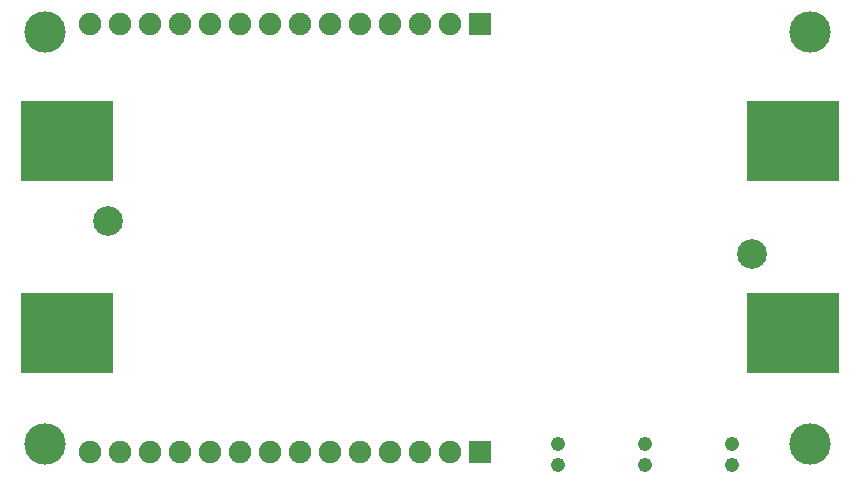
<source format=gbs>
G04 (created by PCBNEW-RS274X (2012-jan-04)-stable) date Sun 27 Jan 2013 19:14:15 CET*
G01*
G70*
G90*
%MOIN*%
G04 Gerber Fmt 3.4, Leading zero omitted, Abs format*
%FSLAX34Y34*%
G04 APERTURE LIST*
%ADD10C,0.006000*%
%ADD11C,0.047600*%
%ADD12R,0.075000X0.075000*%
%ADD13C,0.075000*%
%ADD14C,0.138100*%
%ADD15R,0.309000X0.270000*%
%ADD16C,0.098700*%
G04 APERTURE END LIST*
G54D10*
G54D11*
X70000Y-32954D03*
X70000Y-32246D03*
X67100Y-32954D03*
X67100Y-32246D03*
G54D12*
X64500Y-18250D03*
G54D13*
X63500Y-18250D03*
X62500Y-18250D03*
X61500Y-18250D03*
X60500Y-18250D03*
X59500Y-18250D03*
X58500Y-18250D03*
X57500Y-18250D03*
X56500Y-18250D03*
X55500Y-18250D03*
X54500Y-18250D03*
X53500Y-18250D03*
X52500Y-18250D03*
X51500Y-18250D03*
G54D11*
X72900Y-32954D03*
X72900Y-32246D03*
G54D12*
X64500Y-32500D03*
G54D13*
X63500Y-32500D03*
X62500Y-32500D03*
X61500Y-32500D03*
X60500Y-32500D03*
X59500Y-32500D03*
X58500Y-32500D03*
X57500Y-32500D03*
X56500Y-32500D03*
X55500Y-32500D03*
X54500Y-32500D03*
X53500Y-32500D03*
X52500Y-32500D03*
X51500Y-32500D03*
G54D14*
X75500Y-18500D03*
X75500Y-32250D03*
X50000Y-18500D03*
X50000Y-32250D03*
G54D15*
X74960Y-28550D03*
X50740Y-28550D03*
G54D16*
X73586Y-25900D03*
G54D15*
X50740Y-22150D03*
X74960Y-22150D03*
G54D16*
X52114Y-24800D03*
M02*

</source>
